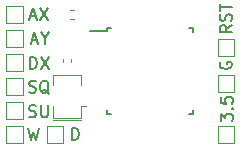
<source format=gto>
G04 #@! TF.GenerationSoftware,KiCad,Pcbnew,(6.0.9)*
G04 #@! TF.CreationDate,2024-03-06T19:42:55+11:00*
G04 #@! TF.ProjectId,psneev8,70736e65-6576-4382-9e6b-696361645f70,rev?*
G04 #@! TF.SameCoordinates,Original*
G04 #@! TF.FileFunction,Legend,Top*
G04 #@! TF.FilePolarity,Positive*
%FSLAX46Y46*%
G04 Gerber Fmt 4.6, Leading zero omitted, Abs format (unit mm)*
G04 Created by KiCad (PCBNEW (6.0.9)) date 2024-03-06 19:42:55*
%MOMM*%
%LPD*%
G01*
G04 APERTURE LIST*
%ADD10C,0.150000*%
%ADD11C,0.120000*%
G04 APERTURE END LIST*
D10*
X87709476Y-134099761D02*
X87852333Y-134147380D01*
X88090428Y-134147380D01*
X88185666Y-134099761D01*
X88233285Y-134052142D01*
X88280904Y-133956904D01*
X88280904Y-133861666D01*
X88233285Y-133766428D01*
X88185666Y-133718809D01*
X88090428Y-133671190D01*
X87899952Y-133623571D01*
X87804714Y-133575952D01*
X87757095Y-133528333D01*
X87709476Y-133433095D01*
X87709476Y-133337857D01*
X87757095Y-133242619D01*
X87804714Y-133195000D01*
X87899952Y-133147380D01*
X88138047Y-133147380D01*
X88280904Y-133195000D01*
X89376142Y-134242619D02*
X89280904Y-134195000D01*
X89185666Y-134099761D01*
X89042809Y-133956904D01*
X88947571Y-133909285D01*
X88852333Y-133909285D01*
X88899952Y-134147380D02*
X88804714Y-134099761D01*
X88709476Y-134004523D01*
X88661857Y-133814047D01*
X88661857Y-133480714D01*
X88709476Y-133290238D01*
X88804714Y-133195000D01*
X88899952Y-133147380D01*
X89090428Y-133147380D01*
X89185666Y-133195000D01*
X89280904Y-133290238D01*
X89328523Y-133480714D01*
X89328523Y-133814047D01*
X89280904Y-134004523D01*
X89185666Y-134099761D01*
X89090428Y-134147380D01*
X88899952Y-134147380D01*
X87648428Y-137180380D02*
X87886523Y-138180380D01*
X88077000Y-137466095D01*
X88267476Y-138180380D01*
X88505571Y-137180380D01*
X103894000Y-131564095D02*
X103846380Y-131659333D01*
X103846380Y-131802190D01*
X103894000Y-131945047D01*
X103989238Y-132040285D01*
X104084476Y-132087904D01*
X104274952Y-132135523D01*
X104417809Y-132135523D01*
X104608285Y-132087904D01*
X104703523Y-132040285D01*
X104798761Y-131945047D01*
X104846380Y-131802190D01*
X104846380Y-131706952D01*
X104798761Y-131564095D01*
X104751142Y-131516476D01*
X104417809Y-131516476D01*
X104417809Y-131706952D01*
X87780904Y-132123380D02*
X87780904Y-131123380D01*
X88019000Y-131123380D01*
X88161857Y-131171000D01*
X88257095Y-131266238D01*
X88304714Y-131361476D01*
X88352333Y-131551952D01*
X88352333Y-131694809D01*
X88304714Y-131885285D01*
X88257095Y-131980523D01*
X88161857Y-132075761D01*
X88019000Y-132123380D01*
X87780904Y-132123380D01*
X88685666Y-131123380D02*
X89352333Y-132123380D01*
X89352333Y-131123380D02*
X88685666Y-132123380D01*
X87709476Y-136167761D02*
X87852333Y-136215380D01*
X88090428Y-136215380D01*
X88185666Y-136167761D01*
X88233285Y-136120142D01*
X88280904Y-136024904D01*
X88280904Y-135929666D01*
X88233285Y-135834428D01*
X88185666Y-135786809D01*
X88090428Y-135739190D01*
X87899952Y-135691571D01*
X87804714Y-135643952D01*
X87757095Y-135596333D01*
X87709476Y-135501095D01*
X87709476Y-135405857D01*
X87757095Y-135310619D01*
X87804714Y-135263000D01*
X87899952Y-135215380D01*
X88138047Y-135215380D01*
X88280904Y-135263000D01*
X88709476Y-135215380D02*
X88709476Y-136024904D01*
X88757095Y-136120142D01*
X88804714Y-136167761D01*
X88899952Y-136215380D01*
X89090428Y-136215380D01*
X89185666Y-136167761D01*
X89233285Y-136120142D01*
X89280904Y-136024904D01*
X89280904Y-135215380D01*
X103940380Y-136556619D02*
X103940380Y-135937571D01*
X104321333Y-136270904D01*
X104321333Y-136128047D01*
X104368952Y-136032809D01*
X104416571Y-135985190D01*
X104511809Y-135937571D01*
X104749904Y-135937571D01*
X104845142Y-135985190D01*
X104892761Y-136032809D01*
X104940380Y-136128047D01*
X104940380Y-136413761D01*
X104892761Y-136509000D01*
X104845142Y-136556619D01*
X104845142Y-135509000D02*
X104892761Y-135461380D01*
X104940380Y-135509000D01*
X104892761Y-135556619D01*
X104845142Y-135509000D01*
X104940380Y-135509000D01*
X103940380Y-134556619D02*
X103940380Y-135032809D01*
X104416571Y-135080428D01*
X104368952Y-135032809D01*
X104321333Y-134937571D01*
X104321333Y-134699476D01*
X104368952Y-134604238D01*
X104416571Y-134556619D01*
X104511809Y-134509000D01*
X104749904Y-134509000D01*
X104845142Y-134556619D01*
X104892761Y-134604238D01*
X104940380Y-134699476D01*
X104940380Y-134937571D01*
X104892761Y-135032809D01*
X104845142Y-135080428D01*
X87802714Y-127682666D02*
X88278904Y-127682666D01*
X87707476Y-127968380D02*
X88040809Y-126968380D01*
X88374142Y-127968380D01*
X88612238Y-126968380D02*
X89278904Y-127968380D01*
X89278904Y-126968380D02*
X88612238Y-127968380D01*
X104846380Y-128436619D02*
X104370190Y-128769952D01*
X104846380Y-129008047D02*
X103846380Y-129008047D01*
X103846380Y-128627095D01*
X103894000Y-128531857D01*
X103941619Y-128484238D01*
X104036857Y-128436619D01*
X104179714Y-128436619D01*
X104274952Y-128484238D01*
X104322571Y-128531857D01*
X104370190Y-128627095D01*
X104370190Y-129008047D01*
X104798761Y-128055666D02*
X104846380Y-127912809D01*
X104846380Y-127674714D01*
X104798761Y-127579476D01*
X104751142Y-127531857D01*
X104655904Y-127484238D01*
X104560666Y-127484238D01*
X104465428Y-127531857D01*
X104417809Y-127579476D01*
X104370190Y-127674714D01*
X104322571Y-127865190D01*
X104274952Y-127960428D01*
X104227333Y-128008047D01*
X104132095Y-128055666D01*
X104036857Y-128055666D01*
X103941619Y-128008047D01*
X103894000Y-127960428D01*
X103846380Y-127865190D01*
X103846380Y-127627095D01*
X103894000Y-127484238D01*
X103846380Y-127198523D02*
X103846380Y-126627095D01*
X104846380Y-126912809D02*
X103846380Y-126912809D01*
X87920333Y-129706666D02*
X88396523Y-129706666D01*
X87825095Y-129992380D02*
X88158428Y-128992380D01*
X88491761Y-129992380D01*
X89015571Y-129516190D02*
X89015571Y-129992380D01*
X88682238Y-128992380D02*
X89015571Y-129516190D01*
X89348904Y-128992380D01*
X91338095Y-138142380D02*
X91338095Y-137142380D01*
X91576190Y-137142380D01*
X91719047Y-137190000D01*
X91814285Y-137285238D01*
X91861904Y-137380476D01*
X91909523Y-137570952D01*
X91909523Y-137713809D01*
X91861904Y-137904285D01*
X91814285Y-137999523D01*
X91719047Y-138094761D01*
X91576190Y-138142380D01*
X91338095Y-138142380D01*
D11*
X87187000Y-132904000D02*
X87187000Y-134304000D01*
X85787000Y-134304000D02*
X85787000Y-132904000D01*
X87187000Y-134304000D02*
X85787000Y-134304000D01*
X85787000Y-132904000D02*
X87187000Y-132904000D01*
X85787000Y-136968000D02*
X87187000Y-136968000D01*
X87187000Y-138368000D02*
X85787000Y-138368000D01*
X85787000Y-138368000D02*
X85787000Y-136968000D01*
X87187000Y-136968000D02*
X87187000Y-138368000D01*
X90572000Y-131560835D02*
X90572000Y-131329165D01*
X91292000Y-131560835D02*
X91292000Y-131329165D01*
X89732000Y-132693000D02*
X91732000Y-132693000D01*
X91732000Y-132693000D02*
X92132000Y-132693000D01*
X92132000Y-135293000D02*
X92132000Y-136293000D01*
X91732000Y-136293000D02*
X92132000Y-136293000D01*
X92132000Y-135293000D02*
X92532000Y-135293000D01*
X91732000Y-136293000D02*
X89732000Y-136293000D01*
X89732000Y-133493000D02*
X89732000Y-132693000D01*
X89732000Y-136293000D02*
X89732000Y-135293000D01*
X91732000Y-136493000D02*
X92132000Y-136493000D01*
X92132000Y-132693000D02*
X92132000Y-133493000D01*
X89732000Y-136493000D02*
X91732000Y-136493000D01*
X103694000Y-132650000D02*
X105094000Y-132650000D01*
X105094000Y-132650000D02*
X105094000Y-134050000D01*
X103694000Y-134050000D02*
X103694000Y-132650000D01*
X105094000Y-134050000D02*
X103694000Y-134050000D01*
X87187000Y-132272000D02*
X85787000Y-132272000D01*
X85787000Y-130872000D02*
X87187000Y-130872000D01*
X85787000Y-132272000D02*
X85787000Y-130872000D01*
X87187000Y-130872000D02*
X87187000Y-132272000D01*
X87187000Y-136336000D02*
X85787000Y-136336000D01*
X85787000Y-136336000D02*
X85787000Y-134936000D01*
X85787000Y-134936000D02*
X87187000Y-134936000D01*
X87187000Y-134936000D02*
X87187000Y-136336000D01*
X105094000Y-138368000D02*
X103694000Y-138368000D01*
X103694000Y-136968000D02*
X105094000Y-136968000D01*
X105094000Y-136968000D02*
X105094000Y-138368000D01*
X103694000Y-138368000D02*
X103694000Y-136968000D01*
X85787000Y-128208000D02*
X85787000Y-126808000D01*
X87187000Y-128208000D02*
X85787000Y-128208000D01*
X87187000Y-126808000D02*
X87187000Y-128208000D01*
X85787000Y-126808000D02*
X87187000Y-126808000D01*
X105094000Y-131002000D02*
X103694000Y-131002000D01*
X105094000Y-129602000D02*
X105094000Y-131002000D01*
X103694000Y-131002000D02*
X103694000Y-129602000D01*
X103694000Y-129602000D02*
X105094000Y-129602000D01*
D10*
X94305000Y-128934000D02*
X92880000Y-128934000D01*
X101555000Y-128709000D02*
X101230000Y-128709000D01*
X94305000Y-128709000D02*
X94305000Y-128934000D01*
X94305000Y-135959000D02*
X94305000Y-135634000D01*
X101555000Y-135959000D02*
X101555000Y-135634000D01*
X101555000Y-128709000D02*
X101555000Y-129034000D01*
X94305000Y-128709000D02*
X94630000Y-128709000D01*
X94305000Y-135959000D02*
X94630000Y-135959000D01*
X101555000Y-135959000D02*
X101230000Y-135959000D01*
D11*
X85787000Y-130240000D02*
X85787000Y-128840000D01*
X85787000Y-128840000D02*
X87187000Y-128840000D01*
X87187000Y-130240000D02*
X85787000Y-130240000D01*
X87187000Y-128840000D02*
X87187000Y-130240000D01*
X90580000Y-136990000D02*
X90580000Y-138390000D01*
X89180000Y-136990000D02*
X90580000Y-136990000D01*
X89180000Y-138390000D02*
X89180000Y-136990000D01*
X90580000Y-138390000D02*
X89180000Y-138390000D01*
X91145379Y-127888000D02*
X91480621Y-127888000D01*
X91145379Y-127128000D02*
X91480621Y-127128000D01*
M02*

</source>
